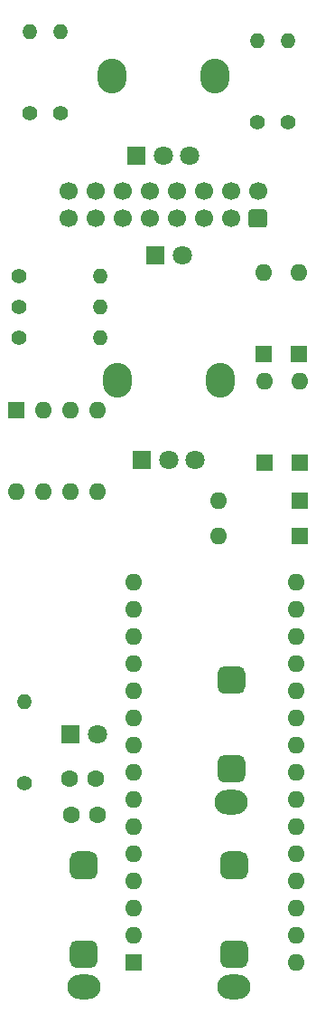
<source format=gbr>
G04 #@! TF.GenerationSoftware,KiCad,Pcbnew,(5.1.10-1-10_14)*
G04 #@! TF.CreationDate,2021-10-15T00:01:35+02:00*
G04 #@! TF.ProjectId,main,6d61696e-2e6b-4696-9361-645f70636258,rev?*
G04 #@! TF.SameCoordinates,Original*
G04 #@! TF.FileFunction,Soldermask,Bot*
G04 #@! TF.FilePolarity,Negative*
%FSLAX46Y46*%
G04 Gerber Fmt 4.6, Leading zero omitted, Abs format (unit mm)*
G04 Created by KiCad (PCBNEW (5.1.10-1-10_14)) date 2021-10-15 00:01:35*
%MOMM*%
%LPD*%
G01*
G04 APERTURE LIST*
%ADD10C,1.700000*%
%ADD11O,1.600000X1.600000*%
%ADD12R,1.600000X1.600000*%
%ADD13O,3.100000X2.300000*%
%ADD14O,2.720000X3.240000*%
%ADD15C,1.800000*%
%ADD16R,1.800000X1.800000*%
%ADD17O,1.400000X1.400000*%
%ADD18C,1.400000*%
%ADD19C,1.600000*%
G04 APERTURE END LIST*
D10*
X90297000Y-68516500D03*
X92837000Y-68516500D03*
X95377000Y-68516500D03*
X97917000Y-68516500D03*
X100457000Y-68516500D03*
X102997000Y-68516500D03*
X105537000Y-68516500D03*
X108077000Y-68516500D03*
X90297000Y-71056500D03*
X92837000Y-71056500D03*
X95377000Y-71056500D03*
X97917000Y-71056500D03*
X100457000Y-71056500D03*
X102997000Y-71056500D03*
X105537000Y-71056500D03*
G36*
G01*
X108677000Y-71906500D02*
X107477000Y-71906500D01*
G75*
G02*
X107227000Y-71656500I0J250000D01*
G01*
X107227000Y-70456500D01*
G75*
G02*
X107477000Y-70206500I250000J0D01*
G01*
X108677000Y-70206500D01*
G75*
G02*
X108927000Y-70456500I0J-250000D01*
G01*
X108927000Y-71656500D01*
G75*
G02*
X108677000Y-71906500I-250000J0D01*
G01*
G37*
D11*
X104394000Y-100707000D03*
D12*
X112014000Y-100707000D03*
D11*
X108727000Y-86233000D03*
D12*
X108727000Y-93853000D03*
D11*
X104394000Y-97431500D03*
D12*
X112014000Y-97431500D03*
D11*
X108611000Y-76136500D03*
D12*
X108611000Y-83756500D03*
D11*
X112003000Y-86233000D03*
D12*
X112003000Y-93853000D03*
D11*
X111887000Y-76136500D03*
D12*
X111887000Y-83756500D03*
G36*
G01*
X104554000Y-132192000D02*
X104554000Y-130892000D01*
G75*
G02*
X105204000Y-130242000I650000J0D01*
G01*
X106504000Y-130242000D01*
G75*
G02*
X107154000Y-130892000I0J-650000D01*
G01*
X107154000Y-132192000D01*
G75*
G02*
X106504000Y-132842000I-650000J0D01*
G01*
X105204000Y-132842000D01*
G75*
G02*
X104554000Y-132192000I0J650000D01*
G01*
G37*
D13*
X105854000Y-142942000D03*
G36*
G01*
X104554000Y-140492000D02*
X104554000Y-139192000D01*
G75*
G02*
X105204000Y-138542000I650000J0D01*
G01*
X106504000Y-138542000D01*
G75*
G02*
X107154000Y-139192000I0J-650000D01*
G01*
X107154000Y-140492000D01*
G75*
G02*
X106504000Y-141142000I-650000J0D01*
G01*
X105204000Y-141142000D01*
G75*
G02*
X104554000Y-140492000I0J650000D01*
G01*
G37*
D11*
X85407500Y-96583500D03*
X93027500Y-88963500D03*
X87947500Y-96583500D03*
X90487500Y-88963500D03*
X90487500Y-96583500D03*
X87947500Y-88963500D03*
X93027500Y-96583500D03*
D12*
X85407500Y-88963500D03*
D14*
X94918500Y-86162500D03*
X104518500Y-86162500D03*
D15*
X102218500Y-93662500D03*
X99718500Y-93662500D03*
D16*
X97218500Y-93662500D03*
D14*
X94410500Y-57714500D03*
X104010500Y-57714500D03*
D15*
X101710500Y-65214500D03*
X99210500Y-65214500D03*
D16*
X96710500Y-65214500D03*
D17*
X86169500Y-116205000D03*
D18*
X86169500Y-123825000D03*
D17*
X93281500Y-79283400D03*
D18*
X85661500Y-79283400D03*
D17*
X86659300Y-53594000D03*
D18*
X86659300Y-61214000D03*
D17*
X110898000Y-54419500D03*
D18*
X110898000Y-62039500D03*
D17*
X108022000Y-54419500D03*
D18*
X108022000Y-62039500D03*
D17*
X89535200Y-53594000D03*
D18*
X89535200Y-61214000D03*
D17*
X93281500Y-82159200D03*
D18*
X85661500Y-82159200D03*
D17*
X93281500Y-76407500D03*
D18*
X85661500Y-76407500D03*
G36*
G01*
X104300000Y-114856000D02*
X104300000Y-113556000D01*
G75*
G02*
X104950000Y-112906000I650000J0D01*
G01*
X106250000Y-112906000D01*
G75*
G02*
X106900000Y-113556000I0J-650000D01*
G01*
X106900000Y-114856000D01*
G75*
G02*
X106250000Y-115506000I-650000J0D01*
G01*
X104950000Y-115506000D01*
G75*
G02*
X104300000Y-114856000I0J650000D01*
G01*
G37*
D13*
X105600000Y-125606000D03*
G36*
G01*
X104300000Y-123156000D02*
X104300000Y-121856000D01*
G75*
G02*
X104950000Y-121206000I650000J0D01*
G01*
X106250000Y-121206000D01*
G75*
G02*
X106900000Y-121856000I0J-650000D01*
G01*
X106900000Y-123156000D01*
G75*
G02*
X106250000Y-123806000I-650000J0D01*
G01*
X104950000Y-123806000D01*
G75*
G02*
X104300000Y-123156000I0J650000D01*
G01*
G37*
D16*
X90487500Y-119253000D03*
D15*
X93027500Y-119253000D03*
D16*
X98425000Y-74485500D03*
D15*
X100965000Y-74485500D03*
G36*
G01*
X90457500Y-132192000D02*
X90457500Y-130892000D01*
G75*
G02*
X91107500Y-130242000I650000J0D01*
G01*
X92407500Y-130242000D01*
G75*
G02*
X93057500Y-130892000I0J-650000D01*
G01*
X93057500Y-132192000D01*
G75*
G02*
X92407500Y-132842000I-650000J0D01*
G01*
X91107500Y-132842000D01*
G75*
G02*
X90457500Y-132192000I0J650000D01*
G01*
G37*
D13*
X91757500Y-142942000D03*
G36*
G01*
X90457500Y-140492000D02*
X90457500Y-139192000D01*
G75*
G02*
X91107500Y-138542000I650000J0D01*
G01*
X92407500Y-138542000D01*
G75*
G02*
X93057500Y-139192000I0J-650000D01*
G01*
X93057500Y-140492000D01*
G75*
G02*
X92407500Y-141142000I-650000J0D01*
G01*
X91107500Y-141142000D01*
G75*
G02*
X90457500Y-140492000I0J650000D01*
G01*
G37*
D19*
X93071000Y-126789000D03*
X90571000Y-126789000D03*
X92880500Y-123413000D03*
X90380500Y-123413000D03*
D11*
X111696500Y-105092000D03*
X96456500Y-105092000D03*
X111696500Y-140652000D03*
X96456500Y-107632000D03*
X111696500Y-138112000D03*
X96456500Y-110172000D03*
X111696500Y-135572000D03*
X96456500Y-112712000D03*
X111696500Y-133032000D03*
X96456500Y-115252000D03*
X111696500Y-130492000D03*
X96456500Y-117792000D03*
X111696500Y-127952000D03*
X96456500Y-120332000D03*
X111696500Y-125412000D03*
X96456500Y-122872000D03*
X111696500Y-122872000D03*
X96456500Y-125412000D03*
X111696500Y-120332000D03*
X96456500Y-127952000D03*
X111696500Y-117792000D03*
X96456500Y-130492000D03*
X111696500Y-115252000D03*
X96456500Y-133032000D03*
X111696500Y-112712000D03*
X96456500Y-135572000D03*
X111696500Y-110172000D03*
X96456500Y-138112000D03*
X111696500Y-107632000D03*
D12*
X96456500Y-140652000D03*
M02*

</source>
